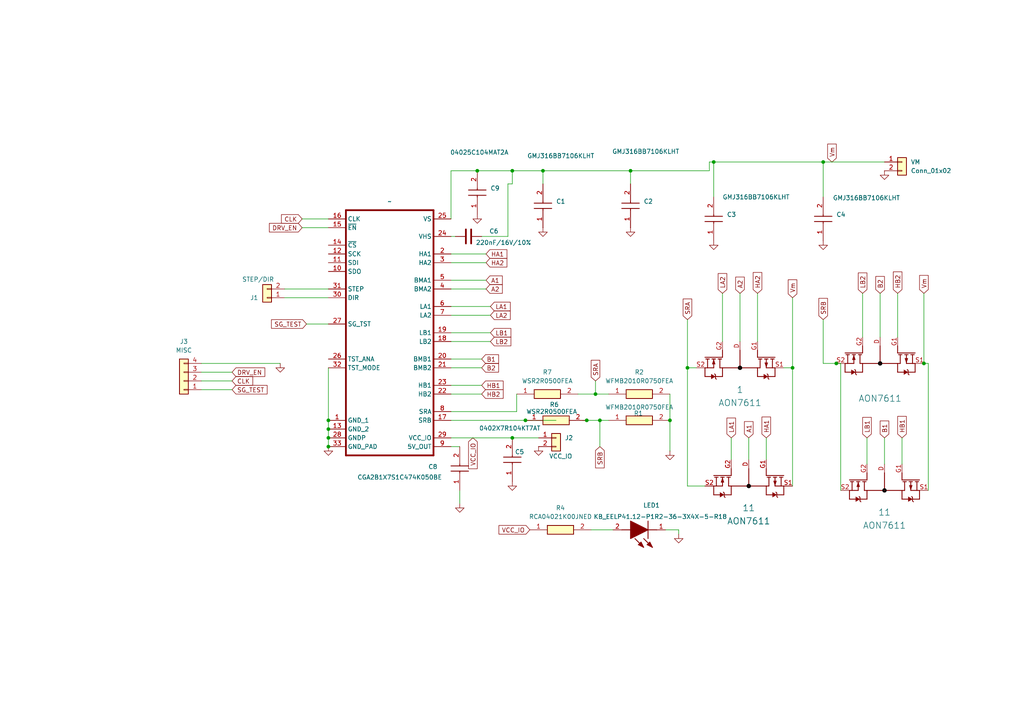
<source format=kicad_sch>
(kicad_sch (version 20231120) (generator "eeschema") (generator_version "8.0")
  (paper "A4")
  (lib_symbols
    (symbol "04025C104MAT2A:04025C104MAT2A" (pin_names hide)
      (property "Reference" "C" (at 8.89 6.35 0))
      (property "Value" "04025C104MAT2A" (at 8.89 3.81 0))
      (symbol "04025C104MAT2A_1_1"
        (polyline (pts (xy 5.08 0) (xy 5.588 0)) (stroke (width 0.254)))
        (polyline (pts (xy 5.588 2.54) (xy 5.588 -2.54)) (stroke (width 0.254)))
        (polyline (pts (xy 7.112 0) (xy 7.62 0)) (stroke (width 0.254)))
        (polyline (pts (xy 7.112 2.54) (xy 7.112 -2.54)) (stroke (width 0.254)))
        (pin passive line (at 0 0 0) (length 5.08) (name "1") (number "1"))
        (pin passive line (at 12.7 0 180) (length 5.08) (name "2") (number "2"))
      )
    )
    (symbol "0402X7R104KT7AT:0402X7R104KT7AT" (pin_names hide)
      (property "Reference" "C" (at 8.89 6.35 0))
      (property "Value" "0402X7R104KT7AT" (at 8.89 3.81 0))
      (symbol "0402X7R104KT7AT_1_1"
        (polyline (pts (xy 5.08 0) (xy 5.588 0)) (stroke (width 0.254)))
        (polyline (pts (xy 5.588 2.54) (xy 5.588 -2.54)) (stroke (width 0.254)))
        (polyline (pts (xy 7.112 0) (xy 7.62 0)) (stroke (width 0.254)))
        (polyline (pts (xy 7.112 2.54) (xy 7.112 -2.54)) (stroke (width 0.254)))
        (pin passive line (at 0 0 0) (length 5.08) (name "1") (number "1"))
        (pin passive line (at 12.7 0 180) (length 5.08) (name "2") (number "2"))
      )
    )
    (symbol "CGA2B1X7S1C474K050BE:CGA2B1X7S1C474K050BE" (pin_names hide)
      (property "Reference" "C" (at 8.89 6.35 0))
      (property "Value" "CGA2B1X7S1C474K050BE" (at 8.89 3.81 0))
      (symbol "CGA2B1X7S1C474K050BE_1_1"
        (polyline (pts (xy 5.08 0) (xy 5.588 0)) (stroke (width 0.254)))
        (polyline (pts (xy 5.588 2.54) (xy 5.588 -2.54)) (stroke (width 0.254)))
        (polyline (pts (xy 7.112 0) (xy 7.62 0)) (stroke (width 0.254)))
        (polyline (pts (xy 7.112 2.54) (xy 7.112 -2.54)) (stroke (width 0.254)))
        (pin passive line (at 0 0 0) (length 5.08) (name "1") (number "1"))
        (pin passive line (at 12.7 0 180) (length 5.08) (name "2") (number "2"))
      )
    )
    (symbol "Connector_Generic:Conn_01x02" (pin_names (offset 1.016) hide)
      (property "Reference" "J" (at 0 2.54 0))
      (property "Value" "Conn_01x02" (at 0 -5.08 0))
      (symbol "Conn_01x02_1_1"
        (rectangle (start -1.27 -2.413) (end 0 -2.667) (stroke (width 0.1524)))
        (rectangle (start -1.27 0.127) (end 0 -0.127) (stroke (width 0.1524)))
        (rectangle (start -1.27 1.27) (end 1.27 -3.81) (stroke (width 0.254)) (fill (type background)))
        (pin passive line (at -5.08 0 0) (length 3.81) (name "Pin_1") (number "1"))
        (pin passive line (at -5.08 -2.54 0) (length 3.81) (name "Pin_2") (number "2"))
      )
    )
    (symbol "Connector_Generic:Conn_01x04" (pin_names (offset 1.016) hide)
      (property "Reference" "J" (at 0 5.08 0))
      (property "Value" "Conn_01x04" (at 0 -7.62 0))
      (symbol "Conn_01x04_1_1"
        (rectangle (start -1.27 -4.953) (end 0 -5.207) (stroke (width 0.1524)))
        (rectangle (start -1.27 -2.413) (end 0 -2.667) (stroke (width 0.1524)))
        (rectangle (start -1.27 0.127) (end 0 -0.127) (stroke (width 0.1524)))
        (rectangle (start -1.27 2.667) (end 0 2.413) (stroke (width 0.1524)))
        (rectangle (start -1.27 3.81) (end 1.27 -6.35) (stroke (width 0.254)) (fill (type background)))
        (pin passive line (at -5.08 2.54 0) (length 3.81) (name "Pin_1") (number "1"))
        (pin passive line (at -5.08 0 0) (length 3.81) (name "Pin_2") (number "2"))
        (pin passive line (at -5.08 -2.54 0) (length 3.81) (name "Pin_3") (number "3"))
        (pin passive line (at -5.08 -5.08 0) (length 3.81) (name "Pin_4") (number "4"))
      )
    )
    (symbol "Device:C" (pin_numbers hide) (pin_names (offset 0.254))
      (property "Reference" "C" (at 0.635 2.54 0))
      (property "Value" "C" (at 0.635 -2.54 0))
      (symbol "C_0_1"
        (polyline (pts (xy -2.032 -0.762) (xy 2.032 -0.762)) (stroke (width 0.508)))
        (polyline (pts (xy -2.032 0.762) (xy 2.032 0.762)) (stroke (width 0.508)))
      )
      (symbol "C_1_1"
        (pin passive line (at 0 3.81 270) (length 2.794) (name "~") (number "1"))
        (pin passive line (at 0 -3.81 90) (length 2.794) (name "~") (number "2"))
      )
    )
    (symbol "GMJ316BB7106KLHT:GMJ316BB7106KLHT" (pin_names hide)
      (property "Reference" "C" (at 8.89 6.35 0))
      (property "Value" "GMJ316BB7106KLHT" (at 8.89 3.81 0))
      (symbol "GMJ316BB7106KLHT_1_1"
        (polyline (pts (xy 5.08 0) (xy 5.588 0)) (stroke (width 0.254)))
        (polyline (pts (xy 5.588 2.54) (xy 5.588 -2.54)) (stroke (width 0.254)))
        (polyline (pts (xy 7.112 0) (xy 7.62 0)) (stroke (width 0.254)))
        (polyline (pts (xy 7.112 2.54) (xy 7.112 -2.54)) (stroke (width 0.254)))
        (pin passive line (at 0 0 0) (length 5.08) (name "1") (number "1"))
        (pin passive line (at 12.7 0 180) (length 5.08) (name "2") (number "2"))
      )
    )
    (symbol "KB_EELP41_12-P1R2-36-3X4X-5-R1:KB_EELP41.12-P1R2-36-3X4X-5-R18" (pin_names hide)
      (property "Reference" "LED" (at 12.7 8.89 0))
      (property "Value" "KB_EELP41.12-P1R2-36-3X4X-5-R18" (at 12.7 6.35 0))
      (symbol "KB_EELP41.12-P1R2-36-3X4X-5-R18_1_1"
        (polyline (pts (xy 2.54 0) (xy 5.08 0)) (stroke (width 0.254)))
        (polyline (pts (xy 5.08 2.54) (xy 5.08 -2.54)) (stroke (width 0.254)))
        (polyline (pts (xy 6.35 2.54) (xy 3.81 5.08)) (stroke (width 0.254)))
        (polyline (pts (xy 8.89 2.54) (xy 6.35 5.08)) (stroke (width 0.254)))
        (polyline (pts (xy 10.16 0) (xy 12.7 0)) (stroke (width 0.254)))
        (polyline (pts (xy 5.08 0) (xy 10.16 2.54) (xy 10.16 -2.54) (xy 5.08 0)) (stroke (width 0.254)) (fill (type outline)))
        (polyline (pts (xy 5.334 4.318) (xy 4.572 3.556) (xy 3.81 5.08) (xy 5.334 4.318)) (stroke (width 0.254)) (fill (type outline)))
        (polyline (pts (xy 7.874 4.318) (xy 7.112 3.556) (xy 6.35 5.08) (xy 7.874 4.318)) (stroke (width 0.254)) (fill (type outline)))
        (pin passive line (at 0 0 0) (length 2.54) (name "K") (number "1"))
        (pin passive line (at 15.24 0 180) (length 2.54) (name "A") (number "2"))
      )
    )
    (symbol "RCA04021K00JNED:RCA04021K00JNED" (pin_names hide)
      (property "Reference" "R" (at 13.97 6.35 0))
      (property "Value" "RCA04021K00JNED" (at 13.97 3.81 0))
      (symbol "RCA04021K00JNED_1_1"
        (rectangle (start 5.08 1.27) (end 12.7 -1.27) (stroke (width 0.254)) (fill (type background)))
        (pin passive line (at 0 0 0) (length 5.08) (name "1") (number "1"))
        (pin passive line (at 17.78 0 180) (length 5.08) (name "2") (number "2"))
      )
    )
    (symbol "TMC262-LA:TMC262-LA"
      (property "Reference" "IC" (at 17.78 3.81 0))
      (symbol "TMC262-LA_1_0"
        (polyline (pts (xy 5.08 -68.58) (xy 30.48 -68.58)) (stroke (width 0.51)))
        (polyline (pts (xy 5.08 2.54) (xy 5.08 -68.58)) (stroke (width 0.51)))
        (polyline (pts (xy 30.48 -68.58) (xy 30.48 2.54)) (stroke (width 0.51)))
        (polyline (pts (xy 30.48 2.54) (xy 5.08 2.54)) (stroke (width 0.51)))
        (pin power_in line (at 0 -58.42 0) (length 5.08) (name "GND_1") (number "1"))
        (pin output line (at 0 -15.24 0) (length 5.08) (name "SDO") (number "10"))
        (pin input line (at 0 -12.7 0) (length 5.08) (name "SDI") (number "11"))
        (pin input line (at 0 -10.16 0) (length 5.08) (name "SCK") (number "12"))
        (pin power_in line (at 0 -60.96 0) (length 5.08) (name "GND_2") (number "13"))
        (pin input line (at 0 -7.62 0) (length 5.08) (name "~{CS}") (number "14"))
        (pin input line (at 0 -2.54 0) (length 5.08) (name "~{EN}") (number "15"))
        (pin input line (at 0 0 0) (length 5.08) (name "CLK") (number "16"))
        (pin input line (at 35.56 -58.42 180) (length 5.08) (name "SRB") (number "17"))
        (pin output line (at 35.56 -35.56 180) (length 5.08) (name "LB2") (number "18"))
        (pin output line (at 35.56 -33.02 180) (length 5.08) (name "LB1") (number "19"))
        (pin output line (at 35.56 -10.16 180) (length 5.08) (name "HA1") (number "2"))
        (pin input line (at 35.56 -40.64 180) (length 5.08) (name "BMB1") (number "20"))
        (pin input line (at 35.56 -43.18 180) (length 5.08) (name "BMB2") (number "21"))
        (pin output line (at 35.56 -50.8 180) (length 5.08) (name "HB2") (number "22"))
        (pin output line (at 35.56 -48.26 180) (length 5.08) (name "HB1") (number "23"))
        (pin power_in line (at 35.56 -5.08 180) (length 5.08) (name "VHS") (number "24"))
        (pin power_in line (at 35.56 0 180) (length 5.08) (name "VS") (number "25"))
        (pin output line (at 0 -40.64 0) (length 5.08) (name "TST_ANA") (number "26"))
        (pin output line (at 0 -30.48 0) (length 5.08) (name "SG_TST") (number "27"))
        (pin power_in line (at 0 -63.5 0) (length 5.08) (name "GNDP") (number "28"))
        (pin power_in line (at 35.56 -63.5 180) (length 5.08) (name "VCC_IO") (number "29"))
        (pin output line (at 35.56 -12.7 180) (length 5.08) (name "HA2") (number "3"))
        (pin input line (at 0 -22.86 0) (length 5.08) (name "DIR") (number "30"))
        (pin input line (at 0 -20.32 0) (length 5.08) (name "STEP") (number "31"))
        (pin input line (at 0 -43.18 0) (length 5.08) (name "TST_MODE") (number "32"))
        (pin power_in line (at 0 -66.04 0) (length 5.08) (name "GND_PAD") (number "33"))
        (pin input line (at 35.56 -20.32 180) (length 5.08) (name "BMA2") (number "4"))
        (pin input line (at 35.56 -17.78 180) (length 5.08) (name "BMA1") (number "5"))
        (pin output line (at 35.56 -25.4 180) (length 5.08) (name "LA1") (number "6"))
        (pin output line (at 35.56 -27.94 180) (length 5.08) (name "LA2") (number "7"))
        (pin input line (at 35.56 -55.88 180) (length 5.08) (name "SRA") (number "8"))
        (pin power_in line (at 35.56 -66.04 180) (length 5.08) (name "5V_OUT") (number "9"))
      )
    )
    (symbol "TMC262_BOB40_V1_2:AON7611"
      (property "Value" "AON7611" (at -1.27 -3.81 0))
      (symbol "AON7611_1_0"
        (polyline (pts (xy -5.08 5.08) (xy -3.048 5.08)) (stroke (width 0.254)))
        (polyline (pts (xy -5.08 10.16) (xy 0 10.16)) (stroke (width 0.254)))
        (polyline (pts (xy -5.08 15.24) (xy -3.048 15.24)) (stroke (width 0.254)))
        (polyline (pts (xy -3.048 5.08) (xy -3.048 0)) (stroke (width 0.254)))
        (polyline (pts (xy -3.048 20.32) (xy -3.048 15.24)) (stroke (width 0.254)))
        (polyline (pts (xy -2.54 0.254) (xy -2.54 1.27)) (stroke (width 0.254)))
        (polyline (pts (xy -2.54 2.032) (xy -2.54 3.048)) (stroke (width 0.254)))
        (polyline (pts (xy -2.54 4.826) (xy -2.54 3.81)) (stroke (width 0.254)))
        (polyline (pts (xy -2.54 15.494) (xy -2.54 16.51)) (stroke (width 0.254)))
        (polyline (pts (xy -2.54 17.272) (xy -2.54 18.288)) (stroke (width 0.254)))
        (polyline (pts (xy -2.54 19.05) (xy -2.54 20.066)) (stroke (width 0.254)))
        (polyline (pts (xy 0 0) (xy 2.54 0)) (stroke (width 0.254)))
        (polyline (pts (xy 0 0.762) (xy -2.54 0.762)) (stroke (width 0.254)))
        (polyline (pts (xy 0 2.54) (xy -2.54 2.54)) (stroke (width 0.254)))
        (polyline (pts (xy 0 2.54) (xy 0 0)) (stroke (width 0.254)))
        (polyline (pts (xy 0 4.318) (xy -2.54 4.318)) (stroke (width 0.254)))
        (polyline (pts (xy 0 4.318) (xy 0 5.08)) (stroke (width 0.254)))
        (polyline (pts (xy 0 5.08) (xy 2.54 5.08)) (stroke (width 0.254)))
        (polyline (pts (xy 0 15.24) (xy 0 5.08)) (stroke (width 0.254)))
        (polyline (pts (xy 0 15.24) (xy 2.54 15.24)) (stroke (width 0.254)))
        (polyline (pts (xy 0 16.002) (xy -2.54 16.002)) (stroke (width 0.254)))
        (polyline (pts (xy 0 16.002) (xy 0 15.24)) (stroke (width 0.254)))
        (polyline (pts (xy 0 17.78) (xy -2.54 17.78)) (stroke (width 0.254)))
        (polyline (pts (xy 0 17.78) (xy 0 20.32)) (stroke (width 0.254)))
        (polyline (pts (xy 0 19.558) (xy -2.54 19.558)) (stroke (width 0.254)))
        (polyline (pts (xy 0 20.32) (xy 2.54 20.32)) (stroke (width 0.254)))
        (polyline (pts (xy 2.54 0) (xy 2.54 1.778)) (stroke (width 0.254)))
        (polyline (pts (xy 2.54 5.08) (xy 2.54 3.048)) (stroke (width 0.254)))
        (polyline (pts (xy 2.54 15.24) (xy 2.54 17.018)) (stroke (width 0.254)))
        (polyline (pts (xy 2.54 20.32) (xy 2.54 18.288)) (stroke (width 0.254)))
        (polyline (pts (xy -2.54 2.54) (xy -1.016 2.032) (xy -1.016 3.048) (xy -2.54 2.54)) (stroke (width -0.0001)) (fill (type outline)))
        (polyline (pts (xy 0 17.78) (xy -1.524 18.288) (xy -1.524 17.272) (xy 0 17.78)) (stroke (width -0.0001)) (fill (type outline)))
        (polyline (pts (xy 2.54 3.048) (xy 1.778 1.778) (xy 3.302 1.778) (xy 2.54 3.048)) (stroke (width -0.0001)) (fill (type outline)))
        (polyline (pts (xy 2.54 18.288) (xy 1.778 17.018) (xy 3.302 17.018) (xy 2.54 18.288)) (stroke (width -0.0001)) (fill (type outline)))
        (polyline (pts (xy 3.302 3.302) (xy 3.048 3.048) (xy 2.032 3.048) (xy 1.778 2.794)) (stroke (width 0.254)))
        (polyline (pts (xy 3.302 18.542) (xy 3.048 18.288) (xy 2.032 18.288) (xy 1.778 18.034)) (stroke (width 0.254)))
        (circle (center 0 10.16) (radius 0.127) (stroke (width 0.508) (color 0 0 0 1)))
        (pin passive line (at -7.62 10.16 0) (length 2.54) (name "D") (number "D"))
        (pin passive line (at -7.62 15.24 0) (length 2.54) (name "G1") (number "G1"))
        (pin passive line (at -7.62 5.08 0) (length 2.54) (name "G2") (number "G2"))
        (pin passive line (at 0 22.86 270) (length 2.54) (name "S1") (number "S1"))
        (pin passive line (at 0 -2.54 90) (length 2.54) (name "S2") (number "S2"))
      )
    )
    (symbol "WFMB2010R0750FEA:WFMB2010R0750FEA" (pin_names hide)
      (property "Reference" "R" (at 13.97 6.35 0))
      (property "Value" "WFMB2010R0750FEA" (at 13.97 3.81 0))
      (symbol "WFMB2010R0750FEA_1_1"
        (rectangle (start 5.08 1.27) (end 12.7 -1.27) (stroke (width 0.254)) (fill (type background)))
        (pin passive line (at 0 0 0) (length 5.08) (name "1") (number "1"))
        (pin passive line (at 17.78 0 180) (length 5.08) (name "2") (number "2"))
      )
    )
    (symbol "WSR2R0500FEA:WSR2R0500FEA" (pin_names hide)
      (property "Reference" "R" (at 13.97 6.35 0))
      (property "Value" "WSR2R0500FEA" (at 13.97 3.81 0))
      (symbol "WSR2R0500FEA_1_1"
        (rectangle (start 5.08 1.27) (end 12.7 -1.27) (stroke (width 0.254)) (fill (type background)))
        (pin passive line (at 0 0 0) (length 5.08) (name "1") (number "1"))
        (pin passive line (at 17.78 0 180) (length 5.08) (name "2") (number "2"))
      )
    )
    (symbol "power:GND" (power) (pin_numbers hide) (pin_names (offset 0) hide)
      (property "Value" "GND" (at 0 -3.81 0))
      (symbol "GND_0_1"
        (polyline (pts (xy 0 0) (xy 0 -1.27) (xy 1.27 -1.27) (xy 0 -2.54) (xy -1.27 -1.27) (xy 0 -1.27)))
      )
      (symbol "GND_1_1"
        (pin power_in line (at 0 0 270) (length 0) (name "~") (number "1"))
      )
    )
  )
  (junction (at 95.25 127))
  (junction (at 152.4 121.92))
  (junction (at 238.76 46.99))
  (junction (at 182.88 49.53))
  (junction (at 95.25 129.54))
  (junction (at 95.25 121.92))
  (junction (at 138.43 49.53))
  (junction (at 95.25 124.46))
  (junction (at 199.39 106.68))
  (junction (at 194.31 121.92))
  (junction (at 172.72 114.3))
  (junction (at 170.18 121.92))
  (junction (at 242.57 105.41))
  (junction (at 267.97 105.41))
  (junction (at 229.87 106.68))
  (junction (at 173.99 121.92))
  (junction (at 148.59 49.53))
  (junction (at 207.01 46.99))
  (junction (at 148.59 127))
  (junction (at 157.48 49.53))
  (wire (pts (xy 157.48 49.53) (xy 182.88 49.53)))
  (wire (pts (xy 172.72 114.3) (xy 167.64 114.3)))
  (wire (pts (xy 132.08 68.58) (xy 130.81 68.58)))
  (wire (pts (xy 130.81 49.53) (xy 138.43 49.53)))
  (wire (pts (xy 130.81 121.92) (xy 152.4 121.92)))
  (wire (pts (xy 204.47 140.97) (xy 199.39 140.97)))
  (wire (pts (xy 256.54 127) (xy 256.54 134.62)))
  (wire (pts (xy 130.81 99.06) (xy 142.24 99.06)))
  (wire (pts (xy 130.81 119.38) (xy 149.86 119.38)))
  (wire (pts (xy 130.81 76.2) (xy 140.97 76.2)))
  (wire (pts (xy 229.87 106.68) (xy 229.87 140.97)))
  (wire (pts (xy 182.88 49.53) (xy 182.88 53.34)))
  (wire (pts (xy 256.54 46.99) (xy 238.76 46.99)))
  (wire (pts (xy 157.48 49.53) (xy 157.48 53.34)))
  (wire (pts (xy 207.01 46.99) (xy 205.74 46.99)))
  (wire (pts (xy 238.76 105.41) (xy 242.57 105.41)))
  (wire (pts (xy 227.33 106.68) (xy 229.87 106.68)))
  (wire (pts (xy 182.88 49.53) (xy 205.74 49.53)))
  (wire (pts (xy 58.42 113.03) (xy 67.31 113.03)))
  (wire (pts (xy 95.25 106.68) (xy 95.25 121.92)))
  (wire (pts (xy 95.25 127) (xy 95.25 129.54)))
  (wire (pts (xy 130.81 104.14) (xy 139.7 104.14)))
  (wire (pts (xy 130.81 127) (xy 148.59 127)))
  (wire (pts (xy 222.25 127) (xy 222.25 133.35)))
  (wire (pts (xy 87.63 66.04) (xy 95.25 66.04)))
  (wire (pts (xy 95.25 121.92) (xy 95.25 124.46)))
  (wire (pts (xy 58.42 105.41) (xy 81.28 105.41)))
  (wire (pts (xy 170.18 121.92) (xy 168.91 121.92)))
  (wire (pts (xy 196.85 153.67) (xy 196.85 154.94)))
  (wire (pts (xy 147.32 68.58) (xy 147.32 53.34)))
  (wire (pts (xy 217.17 127) (xy 217.17 133.35)))
  (wire (pts (xy 130.81 81.28) (xy 140.97 81.28)))
  (wire (pts (xy 130.81 106.68) (xy 139.7 106.68)))
  (wire (pts (xy 193.04 153.67) (xy 196.85 153.67)))
  (wire (pts (xy 242.57 105.41) (xy 243.84 105.41)))
  (wire (pts (xy 194.31 114.3) (xy 194.31 121.92)))
  (wire (pts (xy 194.31 121.92) (xy 194.31 130.81)))
  (wire (pts (xy 133.35 142.24) (xy 133.35 146.05)))
  (wire (pts (xy 130.81 96.52) (xy 142.24 96.52)))
  (wire (pts (xy 87.63 63.5) (xy 95.25 63.5)))
  (wire (pts (xy 207.01 46.99) (xy 207.01 57.15)))
  (wire (pts (xy 148.59 127) (xy 156.21 127)))
  (wire (pts (xy 138.43 49.53) (xy 148.59 49.53)))
  (wire (pts (xy 251.46 127) (xy 251.46 134.62)))
  (wire (pts (xy 130.81 83.82) (xy 140.97 83.82)))
  (wire (pts (xy 147.32 53.34) (xy 148.59 53.34)))
  (wire (pts (xy 199.39 140.97) (xy 199.39 106.68)))
  (wire (pts (xy 130.81 88.9) (xy 142.24 88.9)))
  (wire (pts (xy 176.53 114.3) (xy 172.72 114.3)))
  (wire (pts (xy 88.9 93.98) (xy 95.25 93.98)))
  (wire (pts (xy 58.42 110.49) (xy 67.31 110.49)))
  (wire (pts (xy 173.99 121.92) (xy 173.99 129.54)))
  (wire (pts (xy 238.76 92.71) (xy 238.76 105.41)))
  (wire (pts (xy 130.81 111.76) (xy 139.7 111.76)))
  (wire (pts (xy 130.81 73.66) (xy 140.97 73.66)))
  (wire (pts (xy 212.09 127) (xy 212.09 133.35)))
  (wire (pts (xy 243.84 142.24) (xy 243.84 105.41)))
  (wire (pts (xy 58.42 107.95) (xy 67.31 107.95)))
  (wire (pts (xy 148.59 49.53) (xy 148.59 53.34)))
  (wire (pts (xy 173.99 121.92) (xy 170.18 121.92)))
  (wire (pts (xy 173.99 121.92) (xy 176.53 121.92)))
  (wire (pts (xy 199.39 92.71) (xy 199.39 106.68)))
  (wire (pts (xy 260.35 85.09) (xy 260.35 97.79)))
  (wire (pts (xy 250.19 85.09) (xy 250.19 97.79)))
  (wire (pts (xy 205.74 46.99) (xy 205.74 49.53)))
  (wire (pts (xy 267.97 85.09) (xy 267.97 105.41)))
  (wire (pts (xy 172.72 110.49) (xy 172.72 114.3)))
  (wire (pts (xy 199.39 106.68) (xy 201.93 106.68)))
  (wire (pts (xy 95.25 124.46) (xy 95.25 127)))
  (wire (pts (xy 130.81 63.5) (xy 130.81 49.53)))
  (wire (pts (xy 82.55 86.36) (xy 95.25 86.36)))
  (wire (pts (xy 171.45 153.67) (xy 177.8 153.67)))
  (wire (pts (xy 229.87 86.36) (xy 229.87 106.68)))
  (wire (pts (xy 139.7 68.58) (xy 147.32 68.58)))
  (wire (pts (xy 238.76 46.99) (xy 238.76 57.15)))
  (wire (pts (xy 82.55 83.82) (xy 95.25 83.82)))
  (wire (pts (xy 209.55 85.09) (xy 209.55 99.06)))
  (wire (pts (xy 130.81 129.54) (xy 133.35 129.54)))
  (wire (pts (xy 214.63 85.09) (xy 214.63 99.06)))
  (wire (pts (xy 149.86 114.3) (xy 149.86 119.38)))
  (wire (pts (xy 152.4 121.92) (xy 161.29 121.92)))
  (wire (pts (xy 148.59 49.53) (xy 157.48 49.53)))
  (wire (pts (xy 207.01 46.99) (xy 238.76 46.99)))
  (wire (pts (xy 255.27 85.09) (xy 255.27 97.79)))
  (wire (pts (xy 269.24 142.24) (xy 269.24 105.41)))
  (wire (pts (xy 219.71 85.09) (xy 219.71 99.06)))
  (wire (pts (xy 130.81 114.3) (xy 139.7 114.3)))
  (wire (pts (xy 269.24 105.41) (xy 267.97 105.41)))
  (wire (pts (xy 130.81 91.44) (xy 142.24 91.44)))
  (wire (pts (xy 261.62 127) (xy 261.62 134.62)))
  (global_label "HB1" (shape input) (at 261.62 127 90) (property "Intersheetrefs" "${INTERSHEET_REFS}" (effects (hide yes))))
  (global_label "CLK" (shape input) (at 87.63 63.5 180) (property "Intersheetrefs" "${INTERSHEET_REFS}" (effects (hide yes))))
  (global_label "HB2" (shape input) (at 139.7 114.3 0) (property "Intersheetrefs" "${INTERSHEET_REFS}" (effects (hide yes))))
  (global_label "LA1" (shape input) (at 142.24 88.9 0) (property "Intersheetrefs" "${INTERSHEET_REFS}" (effects (hide yes))))
  (global_label "A2" (shape input) (at 140.97 83.82 0) (property "Intersheetrefs" "${INTERSHEET_REFS}" (effects (hide yes))))
  (global_label "B2" (shape input) (at 139.7 106.68 0) (property "Intersheetrefs" "${INTERSHEET_REFS}" (effects (hide yes))))
  (global_label "Vm" (shape input) (at 267.97 85.09 90) (property "Intersheetrefs" "${INTERSHEET_REFS}" (effects (hide yes))))
  (global_label "Vm" (shape input) (at 229.87 86.36 90) (property "Intersheetrefs" "${INTERSHEET_REFS}" (effects (hide yes))))
  (global_label "A1" (shape input) (at 217.17 127 90) (property "Intersheetrefs" "${INTERSHEET_REFS}" (effects (hide yes))))
  (global_label "DRV_EN" (shape input) (at 67.31 107.95 0) (property "Intersheetrefs" "${INTERSHEET_REFS}" (effects (hide yes))))
  (global_label "LA2" (shape input) (at 142.24 91.44 0) (property "Intersheetrefs" "${INTERSHEET_REFS}" (effects (hide yes))))
  (global_label "HA1" (shape input) (at 222.25 127 90) (property "Intersheetrefs" "${INTERSHEET_REFS}" (effects (hide yes))))
  (global_label "SG_TEST" (shape input) (at 67.31 113.03 0) (property "Intersheetrefs" "${INTERSHEET_REFS}" (effects (hide yes))))
  (global_label "LB2" (shape input) (at 250.19 85.09 90) (property "Intersheetrefs" "${INTERSHEET_REFS}" (effects (hide yes))))
  (global_label "LB1" (shape input) (at 251.46 127 90) (property "Intersheetrefs" "${INTERSHEET_REFS}" (effects (hide yes))))
  (global_label "HB1" (shape input) (at 139.7 111.76 0) (property "Intersheetrefs" "${INTERSHEET_REFS}" (effects (hide yes))))
  (global_label "B1" (shape input) (at 256.54 127 90) (property "Intersheetrefs" "${INTERSHEET_REFS}" (effects (hide yes))))
  (global_label "VCC_IO" (shape input) (at 137.16 127 270) (property "Intersheetrefs" "${INTERSHEET_REFS}" (effects (hide yes))))
  (global_label "SRB" (shape input) (at 173.99 129.54 270) (property "Intersheetrefs" "${INTERSHEET_REFS}" (effects (hide yes))))
  (global_label "SRB" (shape input) (at 238.76 92.71 90) (property "Intersheetrefs" "${INTERSHEET_REFS}" (effects (hide yes))))
  (global_label "A1" (shape input) (at 140.97 81.28 0) (property "Intersheetrefs" "${INTERSHEET_REFS}" (effects (hide yes))))
  (global_label "HA1" (shape input) (at 140.97 73.66 0) (property "Intersheetrefs" "${INTERSHEET_REFS}" (effects (hide yes))))
  (global_label "HB2" (shape input) (at 260.35 85.09 90) (property "Intersheetrefs" "${INTERSHEET_REFS}" (effects (hide yes))))
  (global_label "VCC_IO" (shape input) (at 153.67 153.67 180) (property "Intersheetrefs" "${INTERSHEET_REFS}" (effects (hide yes))))
  (global_label "LB2" (shape input) (at 142.24 99.06 0) (property "Intersheetrefs" "${INTERSHEET_REFS}" (effects (hide yes))))
  (global_label "HA2" (shape input) (at 219.71 85.09 90) (property "Intersheetrefs" "${INTERSHEET_REFS}" (effects (hide yes))))
  (global_label "B2" (shape input) (at 255.27 85.09 90) (property "Intersheetrefs" "${INTERSHEET_REFS}" (effects (hide yes))))
  (global_label "LA2" (shape input) (at 209.55 85.09 90) (property "Intersheetrefs" "${INTERSHEET_REFS}" (effects (hide yes))))
  (global_label "HA2" (shape input) (at 140.97 76.2 0) (property "Intersheetrefs" "${INTERSHEET_REFS}" (effects (hide yes))))
  (global_label "Vm" (shape input) (at 241.3 46.99 90) (property "Intersheetrefs" "${INTERSHEET_REFS}" (effects (hide yes))))
  (global_label "SG_TEST" (shape input) (at 88.9 93.98 180) (property "Intersheetrefs" "${INTERSHEET_REFS}" (effects (hide yes))))
  (global_label "B1" (shape input) (at 139.7 104.14 0) (property "Intersheetrefs" "${INTERSHEET_REFS}" (effects (hide yes))))
  (global_label "DRV_EN" (shape input) (at 87.63 66.04 180) (property "Intersheetrefs" "${INTERSHEET_REFS}" (effects (hide yes))))
  (global_label "CLK" (shape input) (at 67.31 110.49 0) (property "Intersheetrefs" "${INTERSHEET_REFS}" (effects (hide yes))))
  (global_label "SRA" (shape input) (at 172.72 110.49 90) (property "Intersheetrefs" "${INTERSHEET_REFS}" (effects (hide yes))))
  (global_label "SRA" (shape input) (at 199.39 92.71 90) (property "Intersheetrefs" "${INTERSHEET_REFS}" (effects (hide yes))))
  (global_label "A2" (shape input) (at 214.63 85.09 90) (property "Intersheetrefs" "${INTERSHEET_REFS}" (effects (hide yes))))
  (global_label "LA1" (shape input) (at 212.09 127 90) (property "Intersheetrefs" "${INTERSHEET_REFS}" (effects (hide yes))))
  (global_label "LB1" (shape input) (at 142.24 96.52 0) (property "Intersheetrefs" "${INTERSHEET_REFS}" (effects (hide yes))))
  (symbol (lib_id "power:GND") (at 138.43 62.23 0) (unit 1)
    (property "Reference" "#PWR02" (effects (hide yes)))
    (property "Value" "GND" (effects (hide yes)))
    (property "Description" "Power symbol creates a global label with name \"GND\" , ground" (effects (hide yes)))
  )
  (symbol (lib_id "TMC262_BOB40_V1_2:AON7611") (at 246.38 142.24 270) (unit 1)
    (property "Reference" "11" (at 256.54 148.59 90) (effects (font (size 1.8288 1.8288))))
    (property "Value" "AON7611" (at 256.54 152.4 90) (effects (font (size 1.8288 1.8288))))
    (property "Footprint" "AON7611" (effects (hide yes)))
    (property "Description" "Mosfet Array N and P-Channel, Common Drain 30V 9A, 18.5A 1.5W Surface Mount 8-DFN (3x3)" (effects (hide yes)))
    (property "Supplier 1" "Digi-Key" (effects (hide yes)))
    (property "SPL1_PN" "785-1404-1-ND" (effects (hide yes)))
    (property "MPN" "AON7611" (effects (hide yes)))
    (property "MF" "Alpha & Omega Semiconductor Inc." (effects (hide yes)))
  )
  (symbol (lib_id "power:GND") (at 81.28 105.41 0) (unit 1)
    (property "Reference" "#PWR013" (effects (hide yes)))
    (property "Value" "GND" (effects (hide yes)))
    (property "Description" "Power symbol creates a global label with name \"GND\" , ground" (effects (hide yes)))
  )
  (symbol (lib_id "Connector_Generic:Conn_01x02") (at 161.29 127 0) (unit 1)
    (property "Reference" "J2" (at 163.83 126.9999 0) (effects (justify left)))
    (property "Value" "VCC_IO" (at 159.258 132.334 0) (effects (justify left)))
    (property "Description" "Generic connector, single row, 01x02, script generated (kicad-library-utils/schlib/autogen/connector/)" (effects (hide yes)))
  )
  (symbol (lib_id "Connector_Generic:Conn_01x04") (at 53.34 110.49 180) (unit 1)
    (property "Reference" "J3" (at 53.34 99.06 0))
    (property "Value" "MISC" (at 53.34 101.6 0))
    (property "Description" "Generic connector, single row, 01x04, script generated (kicad-library-utils/schlib/autogen/connector/)" (effects (hide yes)))
  )
  (symbol (lib_id "0402X7R104KT7AT:0402X7R104KT7AT") (at 148.59 139.7 90) (unit 1)
    (property "Reference" "C5" (at 149.352 131.064 90) (effects (justify right)))
    (property "Value" "0402X7R104KT7AT" (at 138.938 124.206 90) (effects (justify right)))
    (property "Footprint" "CAPC1005X61N" (effects (hide yes)))
    (property "Datasheet" "https://www.mouser.es/datasheet/2/40/general_purpose-3169586.pdf" (effects (hide yes)))
    (property "Description" "Ceramic Capacitor, Multilayer, Ceramic, 16V, 10% +Tol, 10% -Tol, X7R, 15% TC, 0.1uF, Surface Mount, 0402" (effects (hide yes)))
    (property "Height" "0.61" (effects (hide yes)))
    (property "Mouser Part Number" "581-0402X7R104KT7AT" (effects (hide yes)))
    (property "Mouser Price/Stock" "https://www.mouser.co.uk/ProductDetail/KYOCERA-AVX/0402X7R104KT7AT?qs=DPoM0jnrROXD467pFR2ukA%3D%3D" (effects (hide yes)))
    (property "Manufacturer_Name" "Kyocera AVX" (effects (hide yes)))
    (property "Manufacturer_Part_Number" "0402X7R104KT7AT" (effects (hide yes)))
  )
  (symbol (lib_id "Device:C") (at 135.89 68.58 90) (unit 1)
    (property "Reference" "C6" (at 143.256 67.056 90))
    (property "Value" "220nF/16V/10%" (at 146.05 70.358 90))
    (property "Footprint" "100nF/50V/20%" (effects (hide yes)))
    (property "Description" "Unpolarized capacitor" (effects (hide yes)))
  )
  (symbol (lib_id "WFMB2010R0750FEA:WFMB2010R0750FEA") (at 176.53 114.3 0) (unit 1)
    (property "Reference" "R2" (at 185.42 107.95 0))
    (property "Value" "WFMB2010R0750FEA" (at 185.42 110.49 0))
    (property "Footprint" "RESC5125X65N" (effects (hide yes)))
    (property "Datasheet" "https://datasheet.datasheetarchive.com/originals/distributors/Datasheets_SAMA/ca61f143e72def871d1e0aad69108011.pdf" (effects (hide yes)))
    (property "Description" "Vishay 0.075, 2010 (5025M) SMD Resistor +/-1% 2W - WFMB2010R0750FEA" (effects (hide yes)))
    (property "Height" "0.65" (effects (hide yes)))
    (property "Mouser Part Number" "71-WFMB2010R0750FEA" (effects (hide yes)))
    (property "Mouser Price/Stock" "https://www.mouser.co.uk/ProductDetail/Vishay/WFMB2010R0750FEA?qs=2WXlatMagcGsU%2F2ZtxxQZw%3D%3D" (effects (hide yes)))
    (property "Manufacturer_Name" "Vishay" (effects (hide yes)))
    (property "Manufacturer_Part_Number" "WFMB2010R0750FEA" (effects (hide yes)))
  )
  (symbol (lib_id "power:GND") (at 196.85 154.94 0) (unit 1)
    (property "Reference" "#PWR012" (effects (hide yes)))
    (property "Value" "GND" (effects (hide yes)))
    (property "Description" "Power symbol creates a global label with name \"GND\" , ground" (effects (hide yes)))
  )
  (symbol (lib_id "TMC262_BOB40_V1_2:AON7611") (at 207.01 140.97 270) (unit 1)
    (property "Reference" "11" (at 217.17 147.32 90) (effects (font (size 1.8288 1.8288))))
    (property "Value" "AON7611" (at 217.17 151.13 90) (effects (font (size 1.8288 1.8288))))
    (property "Footprint" "AON7611" (effects (hide yes)))
    (property "Description" "Mosfet Array N and P-Channel, Common Drain 30V 9A, 18.5A 1.5W Surface Mount 8-DFN (3x3)" (effects (hide yes)))
    (property "Supplier 1" "Digi-Key" (effects (hide yes)))
    (property "SPL1_PN" "785-1404-1-ND" (effects (hide yes)))
    (property "MPN" "AON7611" (effects (hide yes)))
    (property "MF" "Alpha & Omega Semiconductor Inc." (effects (hide yes)))
  )
  (symbol (lib_id "GMJ316BB7106KLHT:GMJ316BB7106KLHT") (at 238.76 69.85 90) (unit 1)
    (property "Reference" "C4" (at 242.57 62.2299 90) (effects (justify right)))
    (property "Value" "GMJ316BB7106KLHT" (at 241.554 57.404 90) (effects (justify right)))
    (property "Footprint" "CAPPC3216X125N" (effects (hide yes)))
    (property "Datasheet" "https://datasheet.datasheetarchive.com/originals/distributors/DKDS-37/730539.pdf" (effects (hide yes)))
    (property "Description" "Multilayer Ceramic Capacitors MLCC - SMD/SMT 10uF 35V X7R 10% 1206 Flx AEC-Q200" (effects (hide yes)))
    (property "Height" "1.25" (effects (hide yes)))
    (property "Mouser Part Number" "963-GMJ316BB7106KLHT" (effects (hide yes)))
    (property "Mouser Price/Stock" "https://www.mouser.co.uk/ProductDetail/Taiyo-Yuden/GMJ316BB7106KLHT?qs=6oMev5NRZMHsJBH%2FrXfPIA%3D%3D" (effects (hide yes)))
    (property "Manufacturer_Name" "TAIYO YUDEN" (effects (hide yes)))
    (property "Manufacturer_Part_Number" "GMJ316BB7106KLHT" (effects (hide yes)))
  )
  (symbol (lib_id "power:GND") (at 157.48 66.04 0) (unit 1)
    (property "Reference" "#PWR03" (effects (hide yes)))
    (property "Value" "GND" (effects (hide yes)))
    (property "Description" "Power symbol creates a global label with name \"GND\" , ground" (effects (hide yes)))
  )
  (symbol (lib_id "power:GND") (at 95.25 129.54 0) (unit 1)
    (property "Reference" "#PWR010" (effects (hide yes)))
    (property "Value" "GND" (effects (hide yes)))
    (property "Description" "Power symbol creates a global label with name \"GND\" , ground" (effects (hide yes)))
  )
  (symbol (lib_id "power:GND") (at 133.35 146.05 0) (unit 1)
    (property "Reference" "#PWR01" (effects (hide yes)))
    (property "Value" "GND" (effects (hide yes)))
    (property "Description" "Power symbol creates a global label with name \"GND\" , ground" (effects (hide yes)))
  )
  (symbol (lib_id "power:GND") (at 182.88 66.04 0) (unit 1)
    (property "Reference" "#PWR04" (effects (hide yes)))
    (property "Value" "GND" (effects (hide yes)))
    (property "Description" "Power symbol creates a global label with name \"GND\" , ground" (effects (hide yes)))
  )
  (symbol (lib_id "GMJ316BB7106KLHT:GMJ316BB7106KLHT") (at 182.88 66.04 90) (unit 1)
    (property "Reference" "C2" (at 186.69 58.4199 90) (effects (justify right)))
    (property "Value" "GMJ316BB7106KLHT" (at 177.546 43.942 90) (effects (justify right)))
    (property "Footprint" "CAPPC3216X125N" (effects (hide yes)))
    (property "Datasheet" "https://datasheet.datasheetarchive.com/originals/distributors/DKDS-37/730539.pdf" (effects (hide yes)))
    (property "Description" "Multilayer Ceramic Capacitors MLCC - SMD/SMT 10uF 35V X7R 10% 1206 Flx AEC-Q200" (effects (hide yes)))
    (property "Height" "1.25" (effects (hide yes)))
    (property "Mouser Part Number" "963-GMJ316BB7106KLHT" (effects (hide yes)))
    (property "Mouser Price/Stock" "https://www.mouser.co.uk/ProductDetail/Taiyo-Yuden/GMJ316BB7106KLHT?qs=6oMev5NRZMHsJBH%2FrXfPIA%3D%3D" (effects (hide yes)))
    (property "Manufacturer_Name" "TAIYO YUDEN" (effects (hide yes)))
    (property "Manufacturer_Part_Number" "GMJ316BB7106KLHT" (effects (hide yes)))
  )
  (symbol (lib_id "GMJ316BB7106KLHT:GMJ316BB7106KLHT") (at 207.01 69.85 90) (unit 1)
    (property "Reference" "C3" (at 210.82 62.2299 90) (effects (justify right)))
    (property "Value" "GMJ316BB7106KLHT" (at 209.55 57.15 90) (effects (justify right)))
    (property "Footprint" "CAPPC3216X125N" (effects (hide yes)))
    (property "Datasheet" "https://datasheet.datasheetarchive.com/originals/distributors/DKDS-37/730539.pdf" (effects (hide yes)))
    (property "Description" "Multilayer Ceramic Capacitors MLCC - SMD/SMT 10uF 35V X7R 10% 1206 Flx AEC-Q200" (effects (hide yes)))
    (property "Height" "1.25" (effects (hide yes)))
    (property "Mouser Part Number" "963-GMJ316BB7106KLHT" (effects (hide yes)))
    (property "Mouser Price/Stock" "https://www.mouser.co.uk/ProductDetail/Taiyo-Yuden/GMJ316BB7106KLHT?qs=6oMev5NRZMHsJBH%2FrXfPIA%3D%3D" (effects (hide yes)))
    (property "Manufacturer_Name" "TAIYO YUDEN" (effects (hide yes)))
    (property "Manufacturer_Part_Number" "GMJ316BB7106KLHT" (effects (hide yes)))
  )
  (symbol (lib_id "power:GND") (at 156.21 129.54 0) (unit 1)
    (property "Reference" "#PWR09" (effects (hide yes)))
    (property "Value" "GND" (effects (hide yes)))
    (property "Description" "Power symbol creates a global label with name \"GND\" , ground" (effects (hide yes)))
  )
  (symbol (lib_id "04025C104MAT2A:04025C104MAT2A") (at 138.43 62.23 90) (unit 1)
    (property "Reference" "C9" (at 142.24 54.6099 90) (effects (justify right)))
    (property "Value" "04025C104MAT2A" (at 130.556 44.196 90) (effects (justify right)))
    (property "Footprint" "CAPC1005X56N" (effects (hide yes)))
    (property "Description" "Multilayer Ceramic Capacitors MLCC - SMD/SMT 35V 1uF, X5R 0603 10%" (effects (hide yes)))
    (property "Height" "0.56" (effects (hide yes)))
    (property "Mouser Part Number" "581-04025C104MAT2A" (effects (hide yes)))
    (property "Mouser Price/Stock" "https://www.mouser.co.uk/ProductDetail/KYOCERA-AVX/04025C104MAT2A?qs=ZBeOGGPQgEGQ0HX3nPVD%252Bg%3D%3D" (effects (hide yes)))
    (property "Manufacturer_Name" "Kyocera AVX" (effects (hide yes)))
    (property "Manufacturer_Part_Number" "04025C104MAT2A" (effects (hide yes)))
  )
  (symbol (lib_id "WSR2R0500FEA:WSR2R0500FEA") (at 149.86 114.3 0) (unit 1)
    (property "Reference" "R7" (at 158.75 107.95 0))
    (property "Value" "WSR2R0500FEA" (at 158.75 110.49 0))
    (property "Footprint" "RESM11670X254N" (effects (hide yes)))
    (property "Datasheet" "https://componentsearchengine.com/Datasheets/1/WSR2R0500FEA.pdf" (effects (hide yes)))
    (property "Description" "WSR2 SMD Resistor,2W,1%,R050 Vishay WSR2 Series Metal Strip Low Ohmic Surface Mount Resistor 4527 Case 50m +/-1% 2W +/-75ppm/C" (effects (hide yes)))
    (property "Height" "2.537" (effects (hide yes)))
    (property "Mouser Part Number" "71-WSR2R0500FEA" (effects (hide yes)))
    (property "Mouser Price/Stock" "https://www.mouser.com/Search/Refine.aspx?Keyword=71-WSR2R0500FEA" (effects (hide yes)))
    (property "Manufacturer_Name" "Vishay" (effects (hide yes)))
    (property "Manufacturer_Part_Number" "WSR2R0500FEA" (effects (hide yes)))
  )
  (symbol (lib_id "TMC262-LA:TMC262-LA") (at 95.25 63.5 0) (unit 1)
    (property "Reference" "IC1" (effects (hide yes)))
    (property "Value" "~" (at 113.03 58.42 0) (effects (font (size 1.778 1.5113))))
    (property "Footprint" "TMC262-LA:TMC_QFN32_0.5_5.0X5.0" (effects (hide yes)))
    (property "Description" "Energy saving high resolution microstepping two phase stepper driver with Step/Dir, SPI, up to 60V, QFN32(5x5)" (effects (hide yes)))
  )
  (symbol (lib_id "Connector_Generic:Conn_01x02") (at 77.47 86.36 180) (unit 1)
    (property "Reference" "J1" (at 74.93 86.3601 0) (effects (justify left)))
    (property "Value" "STEP/DIR" (at 79.502 81.026 0) (effects (justify left)))
    (property "Description" "Generic connector, single row, 01x02, script generated (kicad-library-utils/schlib/autogen/connector/)" (effects (hide yes)))
  )
  (symbol (lib_id "power:GND") (at 238.76 69.85 0) (unit 1)
    (property "Reference" "#PWR06" (effects (hide yes)))
    (property "Value" "GND" (effects (hide yes)))
    (property "Description" "Power symbol creates a global label with name \"GND\" , ground" (effects (hide yes)))
  )
  (symbol (lib_id "power:GND") (at 148.59 139.7 0) (unit 1)
    (property "Reference" "#PWR07" (effects (hide yes)))
    (property "Value" "GND" (effects (hide yes)))
    (property "Description" "Power symbol creates a global label with name \"GND\" , ground" (effects (hide yes)))
  )
  (symbol (lib_id "WSR2R0500FEA:WSR2R0500FEA") (at 152.4 121.92 0) (unit 1)
    (property "Reference" "R6" (at 160.782 117.348 0))
    (property "Value" "WSR2R0500FEA" (at 160.02 119.38 0))
    (property "Footprint" "RESM11670X254N" (effects (hide yes)))
    (property "Datasheet" "https://componentsearchengine.com/Datasheets/1/WSR2R0500FEA.pdf" (effects (hide yes)))
    (property "Description" "WSR2 SMD Resistor,2W,1%,R050 Vishay WSR2 Series Metal Strip Low Ohmic Surface Mount Resistor 4527 Case 50m +/-1% 2W +/-75ppm/C" (effects (hide yes)))
    (property "Height" "2.537" (effects (hide yes)))
    (property "Mouser Part Number" "71-WSR2R0500FEA" (effects (hide yes)))
    (property "Mouser Price/Stock" "https://www.mouser.com/Search/Refine.aspx?Keyword=71-WSR2R0500FEA" (effects (hide yes)))
    (property "Manufacturer_Name" "Vishay" (effects (hide yes)))
    (property "Manufacturer_Part_Number" "WSR2R0500FEA" (effects (hide yes)))
  )
  (symbol (lib_id "TMC262_BOB40_V1_2:AON7611") (at 204.47 106.68 270) (unit 1)
    (property "Reference" "1" (at 214.63 113.03 90) (effects (font (size 1.8288 1.8288))))
    (property "Value" "AON7611" (at 214.63 116.84 90) (effects (font (size 1.8288 1.8288))))
    (property "Footprint" "AON7611" (effects (hide yes)))
    (property "Description" "Mosfet Array N and P-Channel, Common Drain 30V 9A, 18.5A 1.5W Surface Mount 8-DFN (3x3)" (effects (hide yes)))
    (property "Supplier 1" "Digi-Key" (effects (hide yes)))
    (property "SPL1_PN" "785-1404-1-ND" (effects (hide yes)))
    (property "MPN" "AON7611" (effects (hide yes)))
    (property "MF" "Alpha & Omega Semiconductor Inc." (effects (hide yes)))
  )
  (symbol (lib_id "WFMB2010R0750FEA:WFMB2010R0750FEA") (at 176.53 121.92 0) (unit 1)
    (property "Reference" "R1" (at 185.166 119.888 0))
    (property "Value" "WFMB2010R0750FEA" (at 185.42 118.11 0))
    (property "Footprint" "RESC5125X65N" (effects (hide yes)))
    (property "Datasheet" "https://datasheet.datasheetarchive.com/originals/distributors/Datasheets_SAMA/ca61f143e72def871d1e0aad69108011.pdf" (effects (hide yes)))
    (property "Description" "Vishay 0.075, 2010 (5025M) SMD Resistor +/-1% 2W - WFMB2010R0750FEA" (effects (hide yes)))
    (property "Height" "0.65" (effects (hide yes)))
    (property "Mouser Part Number" "71-WFMB2010R0750FEA" (effects (hide yes)))
    (property "Mouser Price/Stock" "https://www.mouser.co.uk/ProductDetail/Vishay/WFMB2010R0750FEA?qs=2WXlatMagcGsU%2F2ZtxxQZw%3D%3D" (effects (hide yes)))
    (property "Manufacturer_Name" "Vishay" (effects (hide yes)))
    (property "Manufacturer_Part_Number" "WFMB2010R0750FEA" (effects (hide yes)))
  )
  (symbol (lib_id "CGA2B1X7S1C474K050BE:CGA2B1X7S1C474K050BE") (at 133.35 142.24 90) (unit 1)
    (property "Reference" "C8" (at 124.206 135.382 90) (effects (justify right)))
    (property "Value" "CGA2B1X7S1C474K050BE" (at 103.632 138.43 90) (effects (justify right)))
    (property "Footprint" "CAPC1005X55N" (effects (hide yes)))
    (property "Description" "Multilayer Ceramic Capacitors MLCC - SMD/SMT 0402 0.47uF 16volts X7S 10% Soft Term" (effects (hide yes)))
    (property "Height" "0.55" (effects (hide yes)))
    (property "Mouser Part Number" "810-CGA2B1X7S1C474KB" (effects (hide yes)))
    (property "Mouser Price/Stock" "https://www.mouser.co.uk/ProductDetail/TDK/CGA2B1X7S1C474K050BE?qs=nQSIdc08i%252BcGEyDh8LdwLg%3D%3D" (effects (hide yes)))
    (property "Manufacturer_Name" "TDK" (effects (hide yes)))
    (property "Manufacturer_Part_Number" "CGA2B1X7S1C474K050BE" (effects (hide yes)))
  )
  (symbol (lib_id "KB_EELP41_12-P1R2-36-3X4X-5-R1:KB_EELP41.12-P1R2-36-3X4X-5-R18") (at 193.04 153.67 180) (unit 1)
    (property "Reference" "LED1" (at 188.976 146.558 0))
    (property "Value" "KB_EELP41.12-P1R2-36-3X4X-5-R18" (at 191.516 149.86 0))
    (property "Footprint" "KBEELP4112P1R2363X4X5R18" (effects (hide yes)))
    (property "Datasheet" "https://look.ams-osram.com/m/39e6c0644809f9ef/original/KB-EELP41-12.pdf" (effects (hide yes)))
    (property "Description" "LED, InGaN on Sapphire, Blue, SMD, 0603 [1608 Metric], 5 mA, 2.75 V, 474 nm" (effects (hide yes)))
    (property "Height" "0.5" (effects (hide yes)))
    (property "Mouser Part Number" "720-P4112P1R2363X4X5" (effects (hide yes)))
    (property "Mouser Price/Stock" "https://www.mouser.co.uk/ProductDetail/ams-OSRAM/KB-EELP41.12-P1R2-36-3X4X-5-R18?qs=ZcfC38r4PosE94aiRwY9DA%3D%3D" (effects (hide yes)))
    (property "Manufacturer_Name" "ams OSRAM" (effects (hide yes)))
    (property "Manufacturer_Part_Number" "KB EELP41.12-P1R2-36-3X4X-5-R18" (effects (hide yes)))
  )
  (symbol (lib_id "GMJ316BB7106KLHT:GMJ316BB7106KLHT") (at 157.48 66.04 90) (unit 1)
    (property "Reference" "C1" (at 161.29 58.4199 90) (effects (justify right)))
    (property "Value" "GMJ316BB7106KLHT" (at 152.908 45.212 90) (effects (justify right)))
    (property "Footprint" "CAPPC3216X125N" (effects (hide yes)))
    (property "Datasheet" "https://datasheet.datasheetarchive.com/originals/distributors/DKDS-37/730539.pdf" (effects (hide yes)))
    (property "Description" "Multilayer Ceramic Capacitors MLCC - SMD/SMT 10uF 35V X7R 10% 1206 Flx AEC-Q200" (effects (hide yes)))
    (property "Height" "1.25" (effects (hide yes)))
    (property "Mouser Part Number" "963-GMJ316BB7106KLHT" (effects (hide yes)))
    (property "Mouser Price/Stock" "https://www.mouser.co.uk/ProductDetail/Taiyo-Yuden/GMJ316BB7106KLHT?qs=6oMev5NRZMHsJBH%2FrXfPIA%3D%3D" (effects (hide yes)))
    (property "Manufacturer_Name" "TAIYO YUDEN" (effects (hide yes)))
    (property "Manufacturer_Part_Number" "GMJ316BB7106KLHT" (effects (hide yes)))
  )
  (symbol (lib_id "Connector_Generic:Conn_01x02") (at 261.62 46.99 0) (unit 1)
    (property "Reference" "VM" (at 264.16 46.9899 0) (effects (justify left)))
    (property "Value" "Conn_01x02" (at 264.16 49.5299 0) (effects (justify left)))
    (property "Description" "Generic connector, single row, 01x02, script generated (kicad-library-utils/schlib/autogen/connector/)" (effects (hide yes)))
  )
  (symbol (lib_id "power:GND") (at 194.31 130.81 0) (unit 1)
    (property "Reference" "#PWR011" (effects (hide yes)))
    (property "Value" "GND" (effects (hide yes)))
    (property "Description" "Power symbol creates a global label with name \"GND\" , ground" (effects (hide yes)))
  )
  (symbol (lib_id "TMC262_BOB40_V1_2:AON7611") (at 245.11 105.41 270) (unit 1)
    (property "Reference" "11" (effects (hide yes)))
    (property "Value" "AON7611" (at 255.27 115.57 90) (effects (font (size 1.8288 1.8288))))
    (property "Footprint" "AON7611" (effects (hide yes)))
    (property "Description" "Mosfet Array N and P-Channel, Common Drain 30V 9A, 18.5A 1.5W Surface Mount 8-DFN (3x3)" (effects (hide yes)))
    (property "Supplier 1" "Digi-Key" (effects (hide yes)))
    (property "SPL1_PN" "785-1404-1-ND" (effects (hide yes)))
    (property "MPN" "AON7611" (effects (hide yes)))
    (property "MF" "Alpha & Omega Semiconductor Inc." (effects (hide yes)))
  )
  (symbol (lib_id "power:GND") (at 207.01 69.85 0) (unit 1)
    (property "Reference" "#PWR05" (effects (hide yes)))
    (property "Value" "GND" (effects (hide yes)))
    (property "Description" "Power symbol creates a global label with name \"GND\" , ground" (effects (hide yes)))
  )
  (symbol (lib_id "RCA04021K00JNED:RCA04021K00JNED") (at 153.67 153.67 0) (unit 1)
    (property "Reference" "R4" (at 162.56 147.32 0))
    (property "Value" "RCA04021K00JNED" (at 162.56 149.86 0))
    (property "Footprint" "RESC1005X40N" (effects (hide yes)))
    (property "Datasheet" "https://www.vishay.com/docs/20037/rcae3.pdf" (effects (hide yes)))
    (property "Description" "Thick Film Resistors - SMD RCA0402 1K0 5% 200 ET7 e3" (effects (hide yes)))
    (property "Height" "0.4" (effects (hide yes)))
    (property "Mouser Part Number" "71-RCA04021K00JNED" (effects (hide yes)))
    (property "Mouser Price/Stock" "https://www.mouser.co.uk/ProductDetail/Vishay-Draloric/RCA04021K00JNED?qs=%2F1ulvxij7NGYIps%252BNngVLQ%3D%3D" (effects (hide yes)))
    (property "Manufacturer_Name" "Vishay" (effects (hide yes)))
    (property "Manufacturer_Part_Number" "RCA04021K00JNED" (effects (hide yes)))
  )
  (symbol (lib_id "power:GND") (at 256.54 49.53 0) (unit 1)
    (property "Reference" "#PWR08" (effects (hide yes)))
    (property "Value" "GND" (effects (hide yes)))
    (property "Description" "Power symbol creates a global label with name \"GND\" , ground" (effects (hide yes)))
  )
)
</source>
